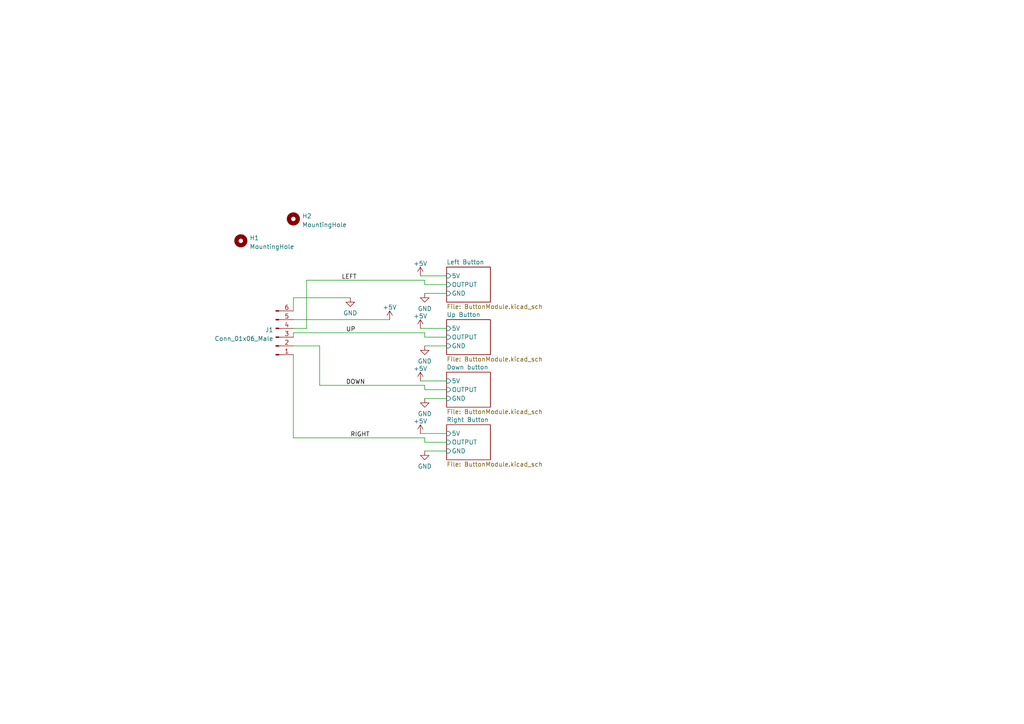
<source format=kicad_sch>
(kicad_sch (version 20211123) (generator eeschema)
  (paper "A4")
  (lib_symbols
    (symbol "Connector:Conn_01x06_Male" (pin_names (offset 1.016) hide)
      (property "Reference" "J" (at 0 7.62 0))
      (property "Value" "Conn_01x06_Male" (at 0 -10.16 0))
      (symbol "Conn_01x06_Male_1_1"
        (polyline (pts (xy 1.27 -7.62) (xy 0.8636 -7.62)) (stroke (width 0.1524)))
        (polyline (pts (xy 1.27 -5.08) (xy 0.8636 -5.08)) (stroke (width 0.1524)))
        (polyline (pts (xy 1.27 -2.54) (xy 0.8636 -2.54)) (stroke (width 0.1524)))
        (polyline (pts (xy 1.27 0) (xy 0.8636 0)) (stroke (width 0.1524)))
        (polyline (pts (xy 1.27 2.54) (xy 0.8636 2.54)) (stroke (width 0.1524)))
        (polyline (pts (xy 1.27 5.08) (xy 0.8636 5.08)) (stroke (width 0.1524)))
        (rectangle (start 0.8636 -7.493) (end 0 -7.747) (stroke (width 0.1524)) (fill (type outline)))
        (rectangle (start 0.8636 -4.953) (end 0 -5.207) (stroke (width 0.1524)) (fill (type outline)))
        (rectangle (start 0.8636 -2.413) (end 0 -2.667) (stroke (width 0.1524)) (fill (type outline)))
        (rectangle (start 0.8636 0.127) (end 0 -0.127) (stroke (width 0.1524)) (fill (type outline)))
        (rectangle (start 0.8636 2.667) (end 0 2.413) (stroke (width 0.1524)) (fill (type outline)))
        (rectangle (start 0.8636 5.207) (end 0 4.953) (stroke (width 0.1524)) (fill (type outline)))
        (pin passive line (at 5.08 5.08 180) (length 3.81) (name "Pin_1") (number "1"))
        (pin passive line (at 5.08 2.54 180) (length 3.81) (name "Pin_2") (number "2"))
        (pin passive line (at 5.08 0 180) (length 3.81) (name "Pin_3") (number "3"))
        (pin passive line (at 5.08 -2.54 180) (length 3.81) (name "Pin_4") (number "4"))
        (pin passive line (at 5.08 -5.08 180) (length 3.81) (name "Pin_5") (number "5"))
        (pin passive line (at 5.08 -7.62 180) (length 3.81) (name "Pin_6") (number "6"))
      )
    )
    (symbol "Mechanical:MountingHole" (pin_names (offset 1.016))
      (property "Reference" "H" (at 0 5.08 0))
      (property "Value" "MountingHole" (at 0 3.175 0))
      (symbol "MountingHole_0_1"
        (circle (center 0 0) (radius 1.27) (stroke (width 1.27)))
      )
    )
    (symbol "power:+5V" (power) (pin_names (offset 0))
      (property "Value" "+5V" (at 0 3.556 0))
      (symbol "+5V_0_1"
        (polyline (pts (xy -0.762 1.27) (xy 0 2.54)))
        (polyline (pts (xy 0 0) (xy 0 2.54)))
        (polyline (pts (xy 0 2.54) (xy 0.762 1.27)))
      )
      (symbol "+5V_1_1"
        (pin power_in line (at 0 0 90) (length 0) hide (name "+5V") (number "1"))
      )
    )
    (symbol "power:GND" (power) (pin_names (offset 0))
      (property "Value" "GND" (at 0 -3.81 0))
      (symbol "GND_0_1"
        (polyline (pts (xy 0 0) (xy 0 -1.27) (xy 1.27 -1.27) (xy 0 -2.54) (xy -1.27 -1.27) (xy 0 -1.27)))
      )
      (symbol "GND_1_1"
        (pin power_in line (at 0 0 270) (length 0) hide (name "GND") (number "1"))
      )
    )
  )
  (wire (pts (xy 85.09 96.52) (xy 85.09 97.79)))
  (wire (pts (xy 123.19 85.09) (xy 129.54 85.09)))
  (wire (pts (xy 123.19 96.52) (xy 85.09 96.52)))
  (wire (pts (xy 85.09 95.25) (xy 88.9 95.25)))
  (wire (pts (xy 129.54 82.55) (xy 123.19 82.55)))
  (wire (pts (xy 123.19 81.28) (xy 88.9 81.28)))
  (wire (pts (xy 123.19 97.79) (xy 123.19 96.52)))
  (wire (pts (xy 85.09 127) (xy 85.09 102.87)))
  (wire (pts (xy 85.09 100.33) (xy 92.71 100.33)))
  (wire (pts (xy 121.92 125.73) (xy 129.54 125.73)))
  (wire (pts (xy 85.09 86.36) (xy 85.09 90.17)))
  (wire (pts (xy 121.92 80.01) (xy 129.54 80.01)))
  (wire (pts (xy 85.09 92.71) (xy 113.03 92.71)))
  (wire (pts (xy 123.19 128.27) (xy 123.19 127)))
  (wire (pts (xy 123.19 130.81) (xy 129.54 130.81)))
  (wire (pts (xy 129.54 113.03) (xy 123.19 113.03)))
  (wire (pts (xy 92.71 111.76) (xy 92.71 100.33)))
  (wire (pts (xy 123.19 82.55) (xy 123.19 81.28)))
  (wire (pts (xy 123.19 113.03) (xy 123.19 111.76)))
  (wire (pts (xy 88.9 81.28) (xy 88.9 95.25)))
  (wire (pts (xy 121.92 95.25) (xy 129.54 95.25)))
  (wire (pts (xy 129.54 128.27) (xy 123.19 128.27)))
  (wire (pts (xy 123.19 111.76) (xy 92.71 111.76)))
  (wire (pts (xy 123.19 127) (xy 85.09 127)))
  (wire (pts (xy 121.92 110.49) (xy 129.54 110.49)))
  (wire (pts (xy 101.6 86.36) (xy 85.09 86.36)))
  (wire (pts (xy 123.19 100.33) (xy 129.54 100.33)))
  (wire (pts (xy 123.19 115.57) (xy 129.54 115.57)))
  (wire (pts (xy 129.54 97.79) (xy 123.19 97.79)))
  (label "LEFT" (at 99.06 81.28 0))
  (label "DOWN" (at 100.33 111.76 0))
  (label "RIGHT" (at 101.6 127 0))
  (label "UP" (at 100.33 96.52 0))
  (symbol (lib_id "power:+5V") (at 113.03 92.71 0) (unit 1)
    (property "Reference" "#PWR0102" (effects hide))
    (property "Value" "+5V" (at 113.03 89.1342 0))
  )
  (symbol (lib_id "Mechanical:MountingHole") (at 85.09 63.5 0) (unit 1)
    (property "Reference" "H2" (at 87.63 62.6653 0) (effects (justify left)))
    (property "Value" "MountingHole" (at 87.63 65.2022 0) (effects (justify left)))
    (property "Footprint" "MountingHole:MountingHole_3mm_Pad_Via" (effects hide))
  )
  (symbol (lib_id "power:GND") (at 101.6 86.36 0) (unit 1)
    (property "Reference" "#PWR0101" (effects hide))
    (property "Value" "GND" (at 101.6 90.8034 0))
  )
  (symbol (lib_id "power:+5V") (at 121.92 95.25 0) (unit 1)
    (property "Reference" "#PWR?" (effects hide))
    (property "Value" "+5V" (at 121.92 91.6742 0))
  )
  (symbol (lib_id "power:+5V") (at 121.92 125.73 0) (unit 1)
    (property "Reference" "#PWR?" (effects hide))
    (property "Value" "+5V" (at 121.92 122.1542 0))
  )
  (symbol (lib_id "Mechanical:MountingHole") (at 69.85 69.85 0) (unit 1)
    (property "Reference" "H1" (at 72.39 69.0153 0) (effects (justify left)))
    (property "Value" "MountingHole" (at 72.39 71.5522 0) (effects (justify left)))
    (property "Footprint" "MountingHole:MountingHole_3mm_Pad_Via" (effects hide))
  )
  (symbol (lib_id "power:GND") (at 123.19 130.81 0) (unit 1)
    (property "Reference" "#PWR?" (effects hide))
    (property "Value" "GND" (at 123.19 135.2534 0))
  )
  (symbol (lib_id "power:GND") (at 123.19 115.57 0) (unit 1)
    (property "Reference" "#PWR?" (effects hide))
    (property "Value" "GND" (at 123.19 120.0134 0))
  )
  (symbol (lib_id "power:+5V") (at 121.92 110.49 0) (unit 1)
    (property "Reference" "#PWR?" (effects hide))
    (property "Value" "+5V" (at 121.92 106.9142 0))
  )
  (symbol (lib_id "Connector:Conn_01x06_Male") (at 80.01 97.79 0) (mirror x) (unit 1)
    (property "Reference" "J1" (at 79.2989 95.6853 0) (effects (justify right)))
    (property "Value" "Conn_01x06_Male" (at 79.2989 98.2222 0) (effects (justify right)))
    (property "Footprint" "Connector_JST:JST_XH_B6B-XH-AM_1x06_P2.50mm_Vertical" (effects hide))
  )
  (symbol (lib_id "power:+5V") (at 121.92 80.01 0) (unit 1)
    (property "Reference" "#PWR?" (effects hide))
    (property "Value" "+5V" (at 121.92 76.4342 0))
  )
  (symbol (lib_id "power:GND") (at 123.19 100.33 0) (unit 1)
    (property "Reference" "#PWR?" (effects hide))
    (property "Value" "GND" (at 123.19 104.7734 0))
  )
  (symbol (lib_id "power:GND") (at 123.19 85.09 0) (unit 1)
    (property "Reference" "#PWR?" (effects hide))
    (property "Value" "GND" (at 123.19 89.5334 0))
  )
  (sheet (at 129.54 92.71) (size 12.7 10.16) (stroke (width 0.1524))
    (property "Sheet name" "Up Button" (at 129.54 91.9984 0) (effects (justify left bottom)))
    (property "Sheet file" "ButtonModule.kicad_sch" (at 129.54 103.4546 0) (effects (justify left top)))
    (pin "5V" input (at 129.54 95.25 180))
    (pin "OUTPUT" input (at 129.54 97.79 180))
    (pin "GND" input (at 129.54 100.33 180))
  )
  (sheet (at 129.54 123.19) (size 12.7 10.16) (stroke (width 0.1524))
    (property "Sheet name" "Right Button" (at 129.54 122.4784 0) (effects (justify left bottom)))
    (property "Sheet file" "ButtonModule.kicad_sch" (at 129.54 133.9346 0) (effects (justify left top)))
    (pin "5V" input (at 129.54 125.73 180))
    (pin "OUTPUT" input (at 129.54 128.27 180))
    (pin "GND" input (at 129.54 130.81 180))
  )
  (sheet (at 129.54 107.95) (size 12.7 10.16) (stroke (width 0.1524))
    (property "Sheet name" "Down button" (at 129.54 107.2384 0) (effects (justify left bottom)))
    (property "Sheet file" "ButtonModule.kicad_sch" (at 129.54 118.6946 0) (effects (justify left top)))
    (pin "5V" input (at 129.54 110.49 180))
    (pin "OUTPUT" input (at 129.54 113.03 180))
    (pin "GND" input (at 129.54 115.57 180))
  )
  (sheet (at 129.54 77.47) (size 12.7 10.16) (stroke (width 0.1524))
    (property "Sheet name" "Left Button" (at 129.54 76.7584 0) (effects (justify left bottom)))
    (property "Sheet file" "ButtonModule.kicad_sch" (at 129.54 88.2146 0) (effects (justify left top)))
    (pin "5V" input (at 129.54 80.01 180))
    (pin "OUTPUT" input (at 129.54 82.55 180))
    (pin "GND" input (at 129.54 85.09 180))
  )
)
</source>
